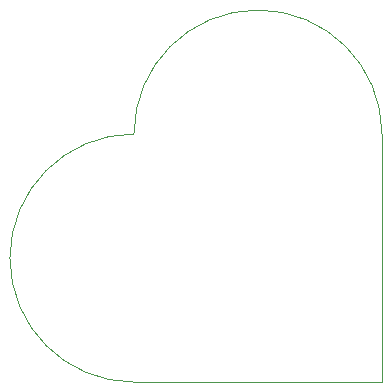
<source format=gko>
G04 #@! TF.FileFunction,Profile,NP*
%FSLAX46Y46*%
G04 Gerber Fmt 4.6, Leading zero omitted, Abs format (unit mm)*
G04 Created by KiCad (PCBNEW 4.0.7) date 01/30/18 20:10:09*
%MOMM*%
%LPD*%
G01*
G04 APERTURE LIST*
%ADD10C,0.100000*%
G04 APERTURE END LIST*
D10*
X198820000Y-83250000D02*
G75*
G03X188320000Y-93750000I0J-10500000D01*
G01*
X188320000Y-93750000D02*
G75*
G03X198820000Y-104250000I10500000J0D01*
G01*
X209320000Y-72750000D02*
G75*
G03X198820000Y-83250000I0J-10500000D01*
G01*
X219820000Y-83250000D02*
G75*
G03X209320000Y-72750000I-10500000J0D01*
G01*
X219820000Y-104250000D02*
X198820000Y-104250000D01*
X219820000Y-104250000D02*
X219820000Y-83250000D01*
M02*

</source>
